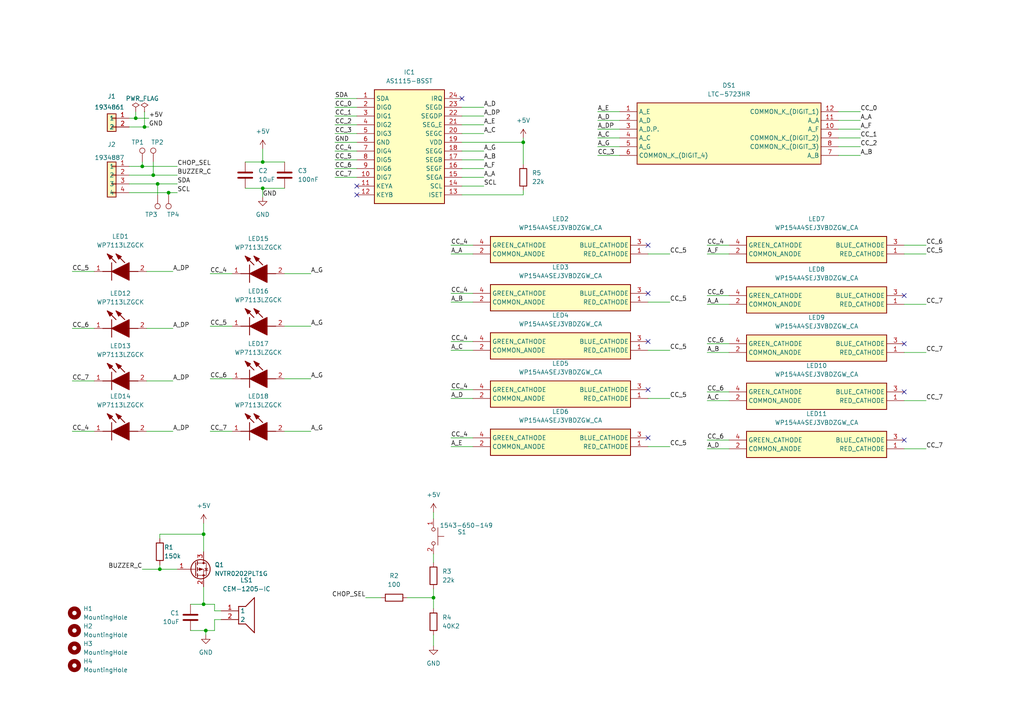
<source format=kicad_sch>
(kicad_sch (version 20211123) (generator eeschema)
  (paper "A4")
  (title_block (title "SAL/T") (date "2024-02-29") (rev "1.4") (company "Universidad de Buenos Aires") (comment 1 "Revisor: Adrian Laiuppa") (comment 2 "Autor: Martín Anús") (comment 3 "Placa secundaria"))
  (lib_symbols
    (symbol "power:+5V" (power) (pin_names (offset 0))
      (property "Value" "+5V" (at 0 3.556 0))
      (symbol "+5V_0_1"
        (polyline (pts (xy -0.762 1.27) (xy 0 2.54)))
        (polyline (pts (xy 0 0) (xy 0 2.54)))
        (polyline (pts (xy 0 2.54) (xy 0.762 1.27)))
      )
      (symbol "+5V_1_1"
        (pin power_in line (at 0 0 90) (length 0) hide (name "+5V") (number "1"))
      )
    )
    (symbol "power:GND" (power) (pin_names (offset 0))
      (property "Value" "GND" (at 0 -3.81 0))
      (symbol "GND_0_1"
        (polyline (pts (xy 0 0) (xy 0 -1.27) (xy 1.27 -1.27) (xy 0 -2.54) (xy -1.27 -1.27) (xy 0 -1.27)))
      )
      (symbol "GND_1_1"
        (pin power_in line (at 0 0 270) (length 0) hide (name "GND") (number "1"))
      )
    )
    (symbol "power:PWR_FLAG" (power) (pin_numbers hide) (pin_names (offset 0) hide)
      (property "Value" "PWR_FLAG" (at 0 3.81 0))
      (symbol "PWR_FLAG_0_0"
        (pin power_out line (at 0 0 90) (length 0) (name "pwr") (number "1"))
      )
      (symbol "PWR_FLAG_0_1"
        (polyline (pts (xy 0 0) (xy 0 1.27) (xy -1.016 1.905) (xy 0 2.54) (xy 1.016 1.905) (xy 0 1.27)))
      )
    )
    (symbol "salt:1543-650-149"
      (property "Reference" "S" (at 0 0 0))
      (property "Value" "1543-650-149" (at 0 -1.27 0))
      (symbol "1543-650-149_0_1"
        (polyline (pts (xy 5.08 1.27) (xy 5.08 3.048)))
        (polyline (pts (xy 7.62 1.27) (xy 2.54 1.27)))
        (circle (center 3.048 0) (radius 0.508))
        (circle (center 7.112 0) (radius 0.508))
        (pin passive line (at 0 0 0) (length 2.54) (name "") (number "1"))
        (pin passive line (at 10.16 0 180) (length 2.54) (name "") (number "2"))
      )
    )
    (symbol "salt:1934861"
      (property "Reference" "J" (at 0 5.715 0))
      (property "Value" "1934861" (at 0.635 3.175 0))
      (symbol "1934861_1_1"
        (rectangle (start -1.27 -2.413) (end 0 -2.667) (stroke (width 0.1524)))
        (rectangle (start -1.27 0.127) (end 0 -0.127) (stroke (width 0.1524)))
        (rectangle (start -1.27 1.27) (end 1.27 -3.81) (stroke (width 0.254)) (fill (type background)))
        (pin passive line (at -5.08 0 0) (length 3.81) (name "1") (number "1"))
        (pin passive line (at -5.08 -2.54 0) (length 3.81) (name "2") (number "2"))
      )
    )
    (symbol "salt:1934887"
      (property "Reference" "J" (at 0 6.985 0))
      (property "Value" "1934887" (at 0.635 5.08 0))
      (symbol "1934887_1_1"
        (rectangle (start -1.27 -4.953) (end 0 -5.207) (stroke (width 0.1524)))
        (rectangle (start -1.27 -2.413) (end 0 -2.667) (stroke (width 0.1524)))
        (rectangle (start -1.27 0.127) (end 0 -0.127) (stroke (width 0.1524)))
        (rectangle (start -1.27 2.667) (end 0 2.413) (stroke (width 0.1524)))
        (rectangle (start -1.27 3.81) (end 1.27 -6.35) (stroke (width 0.254)) (fill (type background)))
        (pin passive line (at -5.08 2.54 0) (length 3.81) (name "1") (number "1"))
        (pin passive line (at -5.08 0 0) (length 3.81) (name "2") (number "2"))
        (pin passive line (at -5.08 -2.54 0) (length 3.81) (name "3") (number "3"))
        (pin passive line (at -5.08 -5.08 0) (length 3.81) (name "4") (number "4"))
      )
    )
    (symbol "salt:AS1115-BSST"
      (property "Reference" "IC" (at 0 0 0))
      (property "Value" "AS1115-BSST" (at 0 0 0))
      (symbol "AS1115-BSST_1_1"
        (rectangle (start 5.08 2.54) (end 25.4 -30.48) (stroke (width 0.254)) (fill (type background)))
        (pin passive line (at 0 0 0) (length 5.08) (name "SDA") (number "1"))
        (pin passive line (at 0 -22.86 0) (length 5.08) (name "DIG7") (number "10"))
        (pin passive line (at 0 -25.4 0) (length 5.08) (name "KEYA") (number "11"))
        (pin passive line (at 0 -27.94 0) (length 5.08) (name "KEYB") (number "12"))
        (pin passive line (at 30.48 -27.94 180) (length 5.08) (name "ISET") (number "13"))
        (pin passive line (at 30.48 -25.4 180) (length 5.08) (name "SCL") (number "14"))
        (pin passive line (at 30.48 -22.86 180) (length 5.08) (name "SEGA") (number "15"))
        (pin passive line (at 30.48 -20.32 180) (length 5.08) (name "SEGF") (number "16"))
        (pin passive line (at 30.48 -17.78 180) (length 5.08) (name "SEGB") (number "17"))
        (pin passive line (at 30.48 -15.24 180) (length 5.08) (name "SEGG") (number "18"))
        (pin passive line (at 30.48 -12.7 180) (length 5.08) (name "VDD") (number "19"))
        (pin passive line (at 0 -2.54 0) (length 5.08) (name "DIG0") (number "2"))
        (pin passive line (at 30.48 -10.16 180) (length 5.08) (name "SEGC") (number "20"))
        (pin passive line (at 30.48 -7.62 180) (length 5.08) (name "SEG_E") (number "21"))
        (pin passive line (at 30.48 -5.08 180) (length 5.08) (name "SEGDP") (number "22"))
        (pin passive line (at 30.48 -2.54 180) (length 5.08) (name "SEGD") (number "23"))
        (pin passive line (at 30.48 0 180) (length 5.08) (name "IRQ") (number "24"))
        (pin passive line (at 0 -5.08 0) (length 5.08) (name "DIG1") (number "3"))
        (pin passive line (at 0 -7.62 0) (length 5.08) (name "DIG2") (number "4"))
        (pin passive line (at 0 -10.16 0) (length 5.08) (name "DIG3") (number "5"))
        (pin passive line (at 0 -12.7 0) (length 5.08) (name "GND") (number "6"))
        (pin passive line (at 0 -15.24 0) (length 5.08) (name "DIG4") (number "7"))
        (pin passive line (at 0 -17.78 0) (length 5.08) (name "DIG5") (number "8"))
        (pin passive line (at 0 -20.32 0) (length 5.08) (name "DIG6") (number "9"))
      )
    )
    (symbol "salt:CEM-1205-IC"
      (property "Reference" "LS?" (at 11.43 0.0001 0))
      (property "Value" "CEM-1205-IC" (at 11.43 -2.5399 0))
      (symbol "CEM-1205-IC_1_1"
        (polyline (pts (xy 5.08 1.27) (xy 5.08 -3.81)) (stroke (width 0.254)))
        (polyline (pts (xy 5.08 1.27) (xy 7.112 1.27)) (stroke (width 0.254)))
        (polyline (pts (xy 7.112 -3.81) (xy 5.08 -3.81)) (stroke (width 0.254)))
        (polyline (pts (xy 7.112 -3.81) (xy 9.652 -6.35)) (stroke (width 0.254)))
        (polyline (pts (xy 9.652 3.81) (xy 7.112 1.27)) (stroke (width 0.254)))
        (polyline (pts (xy 9.652 3.81) (xy 9.652 -6.35)) (stroke (width 0.254)))
        (pin passive line (at 0 -2.54 0) (length 5.08) (name "1") (number "1"))
        (pin passive line (at 0 0 0) (length 5.08) (name "2") (number "2"))
      )
    )
    (symbol "salt:C_100nF" (pin_numbers hide) (pin_names (offset 0.254))
      (property "Reference" "C" (at 0.635 2.54 0))
      (property "Value" "C_100nF" (at 0.635 -2.54 0))
      (symbol "C_100nF_0_1"
        (polyline (pts (xy -2.032 -0.762) (xy 2.032 -0.762)) (stroke (width 0.508)))
        (polyline (pts (xy -2.032 0.762) (xy 2.032 0.762)) (stroke (width 0.508)))
      )
      (symbol "C_100nF_1_1"
        (pin passive line (at 0 3.81 270) (length 2.794) (name "~") (number "1"))
        (pin passive line (at 0 -3.81 90) (length 2.794) (name "~") (number "2"))
      )
    )
    (symbol "salt:C_10uF" (pin_numbers hide) (pin_names (offset 0.254))
      (property "Reference" "C" (at 0.635 2.54 0))
      (property "Value" "C_10uF" (at 0.635 -2.54 0))
      (symbol "C_10uF_0_1"
        (polyline (pts (xy -2.032 -0.762) (xy 2.032 -0.762)) (stroke (width 0.508)))
        (polyline (pts (xy -2.032 0.762) (xy 2.032 0.762)) (stroke (width 0.508)))
      )
      (symbol "C_10uF_1_1"
        (pin passive line (at 0 3.81 270) (length 2.794) (name "~") (number "1"))
        (pin passive line (at 0 -3.81 90) (length 2.794) (name "~") (number "2"))
      )
    )
    (symbol "salt:LTC-5723HR"
      (property "Reference" "DS" (at 0 0 0))
      (property "Value" "LTC-5723HR" (at 0 0 0))
      (symbol "LTC-5723HR_1_1"
        (rectangle (start 5.08 2.54) (end 58.42 -15.24) (stroke (width 0.254)) (fill (type background)))
        (pin passive line (at 0 0 0) (length 5.08) (name "A_E") (number "1"))
        (pin passive line (at 63.5 -5.08 180) (length 5.08) (name "A_F") (number "10"))
        (pin passive line (at 63.5 -2.54 180) (length 5.08) (name "A_A") (number "11"))
        (pin passive line (at 63.5 0 180) (length 5.08) (name "COMMON_K_(DIGIT_1)") (number "12"))
        (pin passive line (at 0 -2.54 0) (length 5.08) (name "A_D") (number "2"))
        (pin passive line (at 0 -5.08 0) (length 5.08) (name "A_D.P.") (number "3"))
        (pin passive line (at 0 -7.62 0) (length 5.08) (name "A_C") (number "4"))
        (pin passive line (at 0 -10.16 0) (length 5.08) (name "A_G") (number "5"))
        (pin passive line (at 0 -12.7 0) (length 5.08) (name "COMMON_K_(DIGIT_4)") (number "6"))
        (pin passive line (at 63.5 -12.7 180) (length 5.08) (name "A_B") (number "7"))
        (pin passive line (at 63.5 -10.16 180) (length 5.08) (name "COMMON_K_(DIGIT_3)") (number "8"))
        (pin passive line (at 63.5 -7.62 180) (length 5.08) (name "COMMON_K_(DIGIT_2)") (number "9"))
      )
    )
    (symbol "salt:MountingHole" (pin_names (offset 1.016))
      (property "Reference" "H" (at 0 5.08 0))
      (property "Value" "MountingHole" (at 0 3.175 0))
      (symbol "MountingHole_0_1"
        (circle (center 0 0) (radius 1.27) (stroke (width 1.27)))
      )
    )
    (symbol "salt:NVTR0202PLT1G" (pin_names hide)
      (property "Reference" "Q" (at -7.62 0 0))
      (property "Value" "NVTR0202PLT1G" (at -7.62 0 0))
      (symbol "NVTR0202PLT1G_0_1"
        (circle (center -0.889 0) (radius 2.794) (stroke (width 0.254)))
        (circle (center 0 -1.778) (radius 0.254) (fill (type outline)))
        (polyline (pts (xy -2.286 0) (xy -5.08 0)))
        (polyline (pts (xy -2.286 1.905) (xy -2.286 -1.905)) (stroke (width 0.254)))
        (polyline (pts (xy -1.778 -1.27) (xy -1.778 -2.286)) (stroke (width 0.254)))
        (polyline (pts (xy -1.778 0.508) (xy -1.778 -0.508)) (stroke (width 0.254)))
        (polyline (pts (xy -1.778 2.286) (xy -1.778 1.27)) (stroke (width 0.254)))
        (polyline (pts (xy 0 2.54) (xy 0 1.778)))
        (polyline (pts (xy 0 -2.54) (xy 0 0) (xy -1.778 0)))
        (polyline (pts (xy -1.778 1.778) (xy 0.762 1.778) (xy 0.762 -1.778) (xy -1.778 -1.778)))
        (polyline (pts (xy -0.254 0) (xy -1.27 0.381) (xy -1.27 -0.381) (xy -0.254 0)) (fill (type outline)))
        (polyline (pts (xy 0.254 -0.508) (xy 0.381 -0.381) (xy 1.143 -0.381) (xy 1.27 -0.254)))
        (polyline (pts (xy 0.762 -0.381) (xy 0.381 0.254) (xy 1.143 0.254) (xy 0.762 -0.381)))
        (circle (center 0 1.778) (radius 0.254) (fill (type outline)))
      )
      (symbol "NVTR0202PLT1G_1_1"
        (pin input line (at -7.62 0 0) (length 2.54) (name "G") (number "1"))
        (pin passive line (at 0 -5.08 90) (length 2.54) (name "S") (number "2"))
        (pin passive line (at 0 5.08 270) (length 2.54) (name "D") (number "3"))
      )
    )
    (symbol "salt:R_100" (pin_numbers hide) (pin_names (offset 1.016) hide)
      (property "Reference" "R" (at -2.032 1.524 0))
      (property "Value" "R_100" (at 0.254 -2.54 0))
      (symbol "R_100_0_1"
        (rectangle (start -1.016 -2.54) (end 1.016 2.54) (stroke (width 0.254)))
      )
      (symbol "R_100_1_1"
        (pin passive line (at 0 3.81 270) (length 1.27) (name "~") (number "1"))
        (pin passive line (at 0 -3.81 90) (length 1.27) (name "~") (number "2"))
      )
    )
    (symbol "salt:R_150K" (pin_numbers hide) (pin_names (offset 1.016) hide)
      (property "Reference" "R" (at -2.032 1.524 0))
      (property "Value" "R_150K" (at 0.254 -2.54 0))
      (symbol "R_150K_0_1"
        (rectangle (start -1.016 -2.54) (end 1.016 2.54) (stroke (width 0.254)))
      )
      (symbol "R_150K_1_1"
        (pin passive line (at 0 3.81 270) (length 1.27) (name "~") (number "1"))
        (pin passive line (at 0 -3.81 90) (length 1.27) (name "~") (number "2"))
      )
    )
    (symbol "salt:R_22K" (pin_numbers hide) (pin_names (offset 1.016) hide)
      (property "Reference" "R" (at -2.032 1.524 0))
      (property "Value" "R_22K" (at -4.318 -0.254 0))
      (symbol "R_22K_0_1"
        (rectangle (start -1.016 -2.54) (end 1.016 2.54) (stroke (width 0.254)))
      )
      (symbol "R_22K_1_1"
        (pin passive line (at 0 3.81 270) (length 1.27) (name "~") (number "1"))
        (pin passive line (at 0 -3.81 90) (length 1.27) (name "~") (number "2"))
      )
    )
    (symbol "salt:R_40K2" (pin_numbers hide) (pin_names (offset 1.016) hide)
      (property "Reference" "R" (at -2.032 1.524 0))
      (property "Value" "R_40K2" (at -4.318 -0.254 0))
      (symbol "R_40K2_0_1"
        (rectangle (start -1.016 -2.54) (end 1.016 2.54) (stroke (width 0.254)))
      )
      (symbol "R_40K2_1_1"
        (pin passive line (at 0 3.81 270) (length 1.27) (name "~") (number "1"))
        (pin passive line (at 0 -3.81 90) (length 1.27) (name "~") (number "2"))
      )
    )
    (symbol "salt:TestPoint" (pin_numbers hide) (pin_names (offset 0.762) hide)
      (property "Reference" "TP" (at 0 6.858 0))
      (property "Value" "TestPoint" (at 0 5.08 0))
      (symbol "TestPoint_0_1"
        (circle (center 0 3.302) (radius 0.762))
      )
      (symbol "TestPoint_1_1"
        (pin passive line (at 0 0 90) (length 2.54) (name "1") (number "1"))
      )
    )
    (symbol "salt:WP154A4SEJ3VBDZGW_CA"
      (property "Reference" "LED" (at 0 0 0))
      (property "Value" "WP154A4SEJ3VBDZGW_CA" (at 0 0 0))
      (symbol "WP154A4SEJ3VBDZGW_CA_1_1"
        (rectangle (start 5.08 2.54) (end 45.72 -5.08) (stroke (width 0.254)) (fill (type background)))
        (pin passive line (at 50.8 -2.54 180) (length 5.08) (name "RED_CATHODE") (number "1"))
        (pin passive line (at 0 -2.54 0) (length 5.08) (name "COMMON_ANODE") (number "2"))
        (pin passive line (at 50.8 0 180) (length 5.08) (name "BLUE_CATHODE") (number "3"))
        (pin passive line (at 0 0 0) (length 5.08) (name "GREEN_CATHODE") (number "4"))
      )
    )
    (symbol "salt:WP7113LZGCK" (pin_names hide)
      (property "Reference" "LED" (at 0 0 0))
      (property "Value" "WP7113LZGCK" (at -1.27 7.62 0))
      (symbol "WP7113LZGCK_1_1"
        (polyline (pts (xy 2.54 0) (xy 5.08 0)) (stroke (width 0.254)))
        (polyline (pts (xy 5.08 2.54) (xy 5.08 -2.54)) (stroke (width 0.254)))
        (polyline (pts (xy 6.35 2.54) (xy 3.81 5.08)) (stroke (width 0.254)))
        (polyline (pts (xy 8.89 2.54) (xy 6.35 5.08)) (stroke (width 0.254)))
        (polyline (pts (xy 10.16 0) (xy 12.7 0)) (stroke (width 0.254)))
        (polyline (pts (xy 5.08 0) (xy 10.16 2.54) (xy 10.16 -2.54) (xy 5.08 0)) (stroke (width 0.254)) (fill (type outline)))
        (polyline (pts (xy 5.334 4.318) (xy 4.572 3.556) (xy 3.81 5.08) (xy 5.334 4.318)) (stroke (width 0.254)) (fill (type outline)))
        (polyline (pts (xy 7.874 4.318) (xy 7.112 3.556) (xy 6.35 5.08) (xy 7.874 4.318)) (stroke (width 0.254)) (fill (type outline)))
        (pin passive line (at 0 0 0) (length 2.54) (name "K") (number "1"))
        (pin passive line (at 15.24 0 180) (length 2.54) (name "A") (number "2"))
      )
    )
  )
  (junction (at 44.45 50.8))
  (junction (at 125.73 173.355))
  (junction (at 45.72 53.34))
  (junction (at 76.2 46.99))
  (junction (at 59.055 154.94))
  (junction (at 41.91 36.83))
  (junction (at 39.37 34.29))
  (junction (at 59.055 175.26))
  (junction (at 59.69 182.88))
  (junction (at 48.895 55.88))
  (junction (at 46.355 165.1))
  (junction (at 151.765 41.275))
  (junction (at 76.2 54.61))
  (junction (at 41.275 48.26))
  (no_connect (at 187.96 127))
  (no_connect (at 103.505 56.515))
  (no_connect (at 187.96 99.06))
  (no_connect (at 262.255 127.635))
  (no_connect (at 262.255 99.695))
  (no_connect (at 103.505 53.975))
  (no_connect (at 187.96 113.03))
  (no_connect (at 133.985 28.575))
  (no_connect (at 187.96 85.09))
  (no_connect (at 187.96 71.12))
  (no_connect (at 262.255 85.725))
  (no_connect (at 262.255 113.665))
  (wire (pts (xy 262.255 130.175) (xy 268.605 130.175)))
  (wire (pts (xy 48.895 55.88) (xy 51.435 55.88)))
  (wire (pts (xy 44.45 50.8) (xy 51.435 50.8)))
  (wire (pts (xy 125.73 148.59) (xy 125.73 150.495)))
  (wire (pts (xy 43.18 34.29) (xy 39.37 34.29)))
  (wire (pts (xy 41.91 32.385) (xy 41.91 36.83)))
  (wire (pts (xy 130.81 129.54) (xy 137.16 129.54)))
  (wire (pts (xy 187.96 101.6) (xy 194.31 101.6)))
  (wire (pts (xy 130.81 127) (xy 137.16 127)))
  (wire (pts (xy 62.23 175.26) (xy 59.055 175.26)))
  (wire (pts (xy 55.245 182.88) (xy 59.69 182.88)))
  (wire (pts (xy 42.545 95.25) (xy 50.165 95.25)))
  (wire (pts (xy 133.985 41.275) (xy 151.765 41.275)))
  (wire (pts (xy 37.465 53.34) (xy 45.72 53.34)))
  (wire (pts (xy 205.105 85.725) (xy 211.455 85.725)))
  (wire (pts (xy 45.72 53.34) (xy 51.435 53.34)))
  (wire (pts (xy 130.81 101.6) (xy 137.16 101.6)))
  (wire (pts (xy 243.205 34.925) (xy 249.555 34.925)))
  (wire (pts (xy 106.045 173.355) (xy 110.49 173.355)))
  (wire (pts (xy 173.355 45.085) (xy 179.705 45.085)))
  (wire (pts (xy 205.105 102.235) (xy 211.455 102.235)))
  (wire (pts (xy 97.155 31.115) (xy 103.505 31.115)))
  (wire (pts (xy 60.96 109.855) (xy 67.31 109.855)))
  (wire (pts (xy 130.81 87.63) (xy 137.16 87.63)))
  (wire (pts (xy 41.91 36.83) (xy 37.465 36.83)))
  (wire (pts (xy 262.255 73.66) (xy 268.605 73.66)))
  (wire (pts (xy 151.765 55.245) (xy 151.765 56.515)))
  (wire (pts (xy 97.155 33.655) (xy 103.505 33.655)))
  (wire (pts (xy 48.895 56.515) (xy 48.895 55.88)))
  (wire (pts (xy 41.275 48.26) (xy 51.435 48.26)))
  (wire (pts (xy 60.96 79.375) (xy 67.31 79.375)))
  (wire (pts (xy 262.255 88.265) (xy 268.605 88.265)))
  (wire (pts (xy 205.105 71.12) (xy 211.455 71.12)))
  (wire (pts (xy 151.765 40.005) (xy 151.765 41.275)))
  (wire (pts (xy 130.81 99.06) (xy 137.16 99.06)))
  (wire (pts (xy 97.155 28.575) (xy 103.505 28.575)))
  (wire (pts (xy 59.69 182.88) (xy 59.69 184.15)))
  (wire (pts (xy 76.2 54.61) (xy 76.2 57.15)))
  (wire (pts (xy 60.96 94.615) (xy 67.31 94.615)))
  (wire (pts (xy 37.465 50.8) (xy 44.45 50.8)))
  (wire (pts (xy 62.23 179.705) (xy 64.135 179.705)))
  (wire (pts (xy 20.955 110.49) (xy 27.305 110.49)))
  (wire (pts (xy 205.105 88.265) (xy 211.455 88.265)))
  (wire (pts (xy 71.12 46.99) (xy 76.2 46.99)))
  (wire (pts (xy 59.055 151.765) (xy 59.055 154.94)))
  (wire (pts (xy 130.81 85.09) (xy 137.16 85.09)))
  (wire (pts (xy 133.985 51.435) (xy 140.335 51.435)))
  (wire (pts (xy 125.73 173.355) (xy 125.73 176.53)))
  (wire (pts (xy 97.155 36.195) (xy 103.505 36.195)))
  (wire (pts (xy 243.205 42.545) (xy 249.555 42.545)))
  (wire (pts (xy 46.355 154.94) (xy 59.055 154.94)))
  (wire (pts (xy 205.105 130.175) (xy 211.455 130.175)))
  (wire (pts (xy 133.985 48.895) (xy 140.335 48.895)))
  (wire (pts (xy 130.81 115.57) (xy 137.16 115.57)))
  (wire (pts (xy 60.96 125.095) (xy 67.31 125.095)))
  (wire (pts (xy 262.255 71.12) (xy 268.605 71.12)))
  (wire (pts (xy 20.955 95.25) (xy 27.305 95.25)))
  (wire (pts (xy 151.765 41.275) (xy 151.765 47.625)))
  (wire (pts (xy 205.105 116.205) (xy 211.455 116.205)))
  (wire (pts (xy 20.955 125.095) (xy 27.305 125.095)))
  (wire (pts (xy 76.2 43.18) (xy 76.2 46.99)))
  (wire (pts (xy 125.73 170.815) (xy 125.73 173.355)))
  (wire (pts (xy 97.155 51.435) (xy 103.505 51.435)))
  (wire (pts (xy 82.55 79.375) (xy 90.17 79.375)))
  (wire (pts (xy 42.545 125.095) (xy 50.165 125.095)))
  (wire (pts (xy 43.18 36.83) (xy 41.91 36.83)))
  (wire (pts (xy 59.69 182.88) (xy 62.23 182.88)))
  (wire (pts (xy 82.55 94.615) (xy 90.17 94.615)))
  (wire (pts (xy 133.985 46.355) (xy 140.335 46.355)))
  (wire (pts (xy 46.355 163.83) (xy 46.355 165.1)))
  (wire (pts (xy 243.205 32.385) (xy 249.555 32.385)))
  (wire (pts (xy 41.275 46.99) (xy 41.275 48.26)))
  (wire (pts (xy 133.985 33.655) (xy 140.335 33.655)))
  (wire (pts (xy 46.355 165.1) (xy 51.435 165.1)))
  (wire (pts (xy 243.205 37.465) (xy 249.555 37.465)))
  (wire (pts (xy 59.055 170.18) (xy 59.055 175.26)))
  (wire (pts (xy 133.985 38.735) (xy 140.335 38.735)))
  (wire (pts (xy 37.465 55.88) (xy 48.895 55.88)))
  (wire (pts (xy 133.985 36.195) (xy 140.335 36.195)))
  (wire (pts (xy 262.255 116.205) (xy 268.605 116.205)))
  (wire (pts (xy 187.96 129.54) (xy 194.31 129.54)))
  (wire (pts (xy 125.73 184.15) (xy 125.73 187.325)))
  (wire (pts (xy 97.155 48.895) (xy 103.505 48.895)))
  (wire (pts (xy 173.355 32.385) (xy 179.705 32.385)))
  (wire (pts (xy 39.37 32.385) (xy 39.37 34.29)))
  (wire (pts (xy 59.055 175.26) (xy 55.245 175.26)))
  (wire (pts (xy 97.155 46.355) (xy 103.505 46.355)))
  (wire (pts (xy 133.985 43.815) (xy 140.335 43.815)))
  (wire (pts (xy 243.205 45.085) (xy 249.555 45.085)))
  (wire (pts (xy 44.45 46.99) (xy 44.45 50.8)))
  (wire (pts (xy 205.105 99.695) (xy 211.455 99.695)))
  (wire (pts (xy 45.72 56.515) (xy 45.72 53.34)))
  (wire (pts (xy 187.96 73.66) (xy 194.31 73.66)))
  (wire (pts (xy 97.155 38.735) (xy 103.505 38.735)))
  (wire (pts (xy 243.205 40.005) (xy 249.555 40.005)))
  (wire (pts (xy 20.955 78.74) (xy 27.305 78.74)))
  (wire (pts (xy 187.96 115.57) (xy 194.31 115.57)))
  (wire (pts (xy 118.11 173.355) (xy 125.73 173.355)))
  (wire (pts (xy 46.355 156.21) (xy 46.355 154.94)))
  (wire (pts (xy 125.73 160.655) (xy 125.73 163.195)))
  (wire (pts (xy 173.355 40.005) (xy 179.705 40.005)))
  (wire (pts (xy 76.2 54.61) (xy 82.55 54.61)))
  (wire (pts (xy 130.81 113.03) (xy 137.16 113.03)))
  (wire (pts (xy 187.96 87.63) (xy 194.31 87.63)))
  (wire (pts (xy 133.985 31.115) (xy 140.335 31.115)))
  (wire (pts (xy 130.81 73.66) (xy 137.16 73.66)))
  (wire (pts (xy 62.23 177.165) (xy 62.23 175.26)))
  (wire (pts (xy 71.12 54.61) (xy 76.2 54.61)))
  (wire (pts (xy 82.55 109.855) (xy 90.17 109.855)))
  (wire (pts (xy 205.105 127.635) (xy 211.455 127.635)))
  (wire (pts (xy 173.355 37.465) (xy 179.705 37.465)))
  (wire (pts (xy 262.255 102.235) (xy 268.605 102.235)))
  (wire (pts (xy 133.985 53.975) (xy 140.335 53.975)))
  (wire (pts (xy 76.2 46.99) (xy 82.55 46.99)))
  (wire (pts (xy 62.23 182.88) (xy 62.23 179.705)))
  (wire (pts (xy 59.055 154.94) (xy 59.055 160.02)))
  (wire (pts (xy 133.985 56.515) (xy 151.765 56.515)))
  (wire (pts (xy 39.37 34.29) (xy 37.465 34.29)))
  (wire (pts (xy 205.105 113.665) (xy 211.455 113.665)))
  (wire (pts (xy 42.545 110.49) (xy 50.165 110.49)))
  (wire (pts (xy 173.355 42.545) (xy 179.705 42.545)))
  (wire (pts (xy 41.275 165.1) (xy 46.355 165.1)))
  (wire (pts (xy 64.135 177.165) (xy 62.23 177.165)))
  (wire (pts (xy 205.105 73.66) (xy 211.455 73.66)))
  (wire (pts (xy 37.465 48.26) (xy 41.275 48.26)))
  (wire (pts (xy 42.545 78.74) (xy 50.165 78.74)))
  (wire (pts (xy 97.155 43.815) (xy 103.505 43.815)))
  (wire (pts (xy 97.155 41.275) (xy 103.505 41.275)))
  (wire (pts (xy 173.355 34.925) (xy 179.705 34.925)))
  (wire (pts (xy 82.55 125.095) (xy 90.17 125.095)))
  (wire (pts (xy 130.81 71.12) (xy 137.16 71.12)))
  (label "A_G" (at 90.17 94.615 0))
  (label "BUZZER_C" (at 41.275 165.1 180))
  (label "CC_5" (at 194.31 87.63 0))
  (label "CHOP_SEL" (at 51.435 48.26 0))
  (label "A_C" (at 140.335 38.735 0))
  (label "SCL" (at 51.435 55.88 0))
  (label "CC_7" (at 60.96 125.095 0))
  (label "A_C" (at 205.105 116.205 0))
  (label "CC_4" (at 130.81 85.09 0))
  (label "A_E" (at 130.81 129.54 0))
  (label "A_DP" (at 50.165 95.25 0))
  (label "A_DP" (at 50.165 125.095 0))
  (label "CC_6" (at 205.105 99.695 0))
  (label "A_DP" (at 173.355 37.465 0))
  (label "CC_6" (at 268.605 71.12 0))
  (label "A_F" (at 140.335 48.895 0))
  (label "A_C" (at 173.355 40.005 0))
  (label "CC_7" (at 268.605 130.175 0))
  (label "A_C" (at 130.81 101.6 0))
  (label "A_B" (at 130.81 87.63 0))
  (label "BUZZER_C" (at 51.435 50.8 0))
  (label "CC_6" (at 205.105 85.725 0))
  (label "CHOP_SEL" (at 106.045 173.355 180))
  (label "A_G" (at 90.17 79.375 0))
  (label "CC_2" (at 97.155 36.195 0))
  (label "A_D" (at 140.335 31.115 0))
  (label "CC_7" (at 268.605 116.205 0))
  (label "CC_4" (at 97.155 43.815 0))
  (label "CC_5" (at 194.31 115.57 0))
  (label "CC_6" (at 97.155 48.895 0))
  (label "CC_0" (at 97.155 31.115 0))
  (label "A_A" (at 249.555 34.925 0))
  (label "A_D" (at 173.355 34.925 0))
  (label "CC_4" (at 60.96 79.375 0))
  (label "CC_1" (at 97.155 33.655 0))
  (label "CC_1" (at 249.555 40.005 0))
  (label "CC_5" (at 20.955 78.74 0))
  (label "CC_5" (at 194.31 73.66 0))
  (label "CC_5" (at 268.605 73.66 0))
  (label "A_DP" (at 50.165 78.74 0))
  (label "CC_5" (at 60.96 94.615 0))
  (label "A_B" (at 140.335 46.355 0))
  (label "A_G" (at 90.17 125.095 0))
  (label "CC_4" (at 130.81 127 0))
  (label "A_D" (at 130.81 115.57 0))
  (label "CC_5" (at 194.31 129.54 0))
  (label "A_G" (at 173.355 42.545 0))
  (label "A_F" (at 205.1314 73.66 0))
  (label "CC_7" (at 268.605 88.265 0))
  (label "SCL" (at 140.335 53.975 0))
  (label "GND" (at 76.2 57.15 0))
  (label "CC_7" (at 20.955 110.49 0))
  (label "A_F" (at 249.555 37.465 0))
  (label "SDA" (at 51.435 53.34 0))
  (label "CC_6" (at 20.955 95.25 0))
  (label "A_E" (at 140.335 36.195 0))
  (label "CC_4" (at 130.81 99.06 0))
  (label "CC_4" (at 205.105 71.12 0))
  (label "CC_4" (at 130.81 113.03 0))
  (label "CC_4" (at 130.81 71.12 0))
  (label "A_D" (at 205.1314 130.175 0))
  (label "CC_0" (at 249.555 32.385 0))
  (label "GND" (at 97.155 41.275 0))
  (label "CC_5" (at 194.31 101.6 0))
  (label "A_B" (at 205.1314 102.235 0))
  (label "A_A" (at 130.81 73.66 0))
  (label "A_G" (at 90.17 109.855 0))
  (label "CC_2" (at 249.555 42.545 0))
  (label "A_E" (at 173.355 32.385 0))
  (label "CC_6" (at 60.96 109.855 0))
  (label "A_G" (at 140.335 43.815 0))
  (label "CC_4" (at 20.955 125.095 0))
  (label "+5V" (at 43.18 34.29 0))
  (label "CC_6" (at 205.105 127.635 0))
  (label "A_A" (at 140.335 51.435 0))
  (label "A_A" (at 205.105 88.265 0))
  (label "CC_6" (at 205.105 113.665 0))
  (label "A_DP" (at 140.335 33.655 0))
  (label "CC_5" (at 97.155 46.355 0))
  (label "CC_3" (at 173.355 45.085 0))
  (label "CC_7" (at 268.605 102.235 0))
  (label "A_DP" (at 50.165 110.49 0))
  (label "CC_3" (at 97.155 38.735 0))
  (label "GND" (at 43.18 36.83 0))
  (label "A_B" (at 249.555 45.085 0))
  (label "CC_7" (at 97.155 51.435 0))
  (label "SDA" (at 97.155 28.575 0))
  (symbol (lib_id "salt:WP154A4SEJ3VBDZGW_CA") (at 137.16 99.06 0) (unit 1)
    (property "Reference" "LED4" (at 162.56 91.44 0))
    (property "Value" "WP154A4SEJ3VBDZGW_CA" (at 162.56 93.98 0))
    (property "Footprint" "salt:L-154A4SUREQBFZGEC" (effects hide))
    (property "Datasheet" "http://www.kingbrightusa.com/images/catalog/SPEC/WP154A4SEJ3VBDZGW-CA.pdf" (effects hide))
    (property "Mouser Part Number" "604-WP154A43VBDZGWCA" (effects hide))
    (property "Mouser Price/Stock" "https://www.mouser.co.uk/ProductDetail/Kingbright/WP154A4SEJ3VBDZGW-CA?qs=YCa%2FAAYMW01xRqZww6UuiQ%3D%3D" (effects hide))
    (property "Manufacturer_Name" "Kingbright" (effects hide))
    (property "Manufacturer_Part_Number" "WP154A4SEJ3VBDZGW/CA" (effects hide))
  )
  (symbol (lib_id "salt:TestPoint") (at 41.275 46.99 0) (unit 1)
    (property "Reference" "TP1" (at 38.1 41.275 0) (effects (justify left)))
    (property "Value" "TestPoint" (effects hide))
    (property "Footprint" "salt:testpoint" (effects hide))
  )
  (symbol (lib_id "salt:WP154A4SEJ3VBDZGW_CA") (at 137.16 127 0) (unit 1)
    (property "Reference" "LED6" (at 162.56 119.38 0))
    (property "Value" "WP154A4SEJ3VBDZGW_CA" (at 162.56 121.92 0))
    (property "Footprint" "salt:L-154A4SUREQBFZGEC" (effects hide))
    (property "Datasheet" "http://www.kingbrightusa.com/images/catalog/SPEC/WP154A4SEJ3VBDZGW-CA.pdf" (effects hide))
    (property "Mouser Part Number" "604-WP154A43VBDZGWCA" (effects hide))
    (property "Mouser Price/Stock" "https://www.mouser.co.uk/ProductDetail/Kingbright/WP154A4SEJ3VBDZGW-CA?qs=YCa%2FAAYMW01xRqZww6UuiQ%3D%3D" (effects hide))
    (property "Manufacturer_Name" "Kingbright" (effects hide))
    (property "Manufacturer_Part_Number" "WP154A4SEJ3VBDZGW/CA" (effects hide))
  )
  (symbol (lib_id "salt:1543-650-149") (at 125.73 150.495 270) (unit 1)
    (property "Reference" "S1" (at 133.985 154.305 90))
    (property "Value" "1543-650-149" (at 135.255 152.4 90))
    (property "Footprint" "salt:1543650149" (effects hide))
    (property "Datasheet" "https://www.arrow.com/en/products/1543-650-149/bourns" (effects hide))
    (property "Height" "15.1" (effects hide))
    (property "Mouser Part Number" "652-1543-650-149" (effects hide))
    (property "Mouser Price/Stock" "https://www.mouser.co.uk/ProductDetail/Bourns/1543-650-149?qs=2f2kQrcl%2FoiIszYh%252BBIYwA%3D%3D" (effects hide))
    (property "Manufacturer_Name" "Bourns" (effects hide))
    (property "Manufacturer_Part_Number" "1543-650-149" (effects hide))
  )
  (symbol (lib_id "salt:WP154A4SEJ3VBDZGW_CA") (at 211.455 85.725 0) (unit 1)
    (property "Reference" "LED8" (at 236.855 78.105 0))
    (property "Value" "WP154A4SEJ3VBDZGW_CA" (at 236.855 80.645 0))
    (property "Footprint" "salt:L-154A4SUREQBFZGEC" (effects hide))
    (property "Datasheet" "http://www.kingbrightusa.com/images/catalog/SPEC/WP154A4SEJ3VBDZGW-CA.pdf" (effects hide))
    (property "Mouser Part Number" "604-WP154A43VBDZGWCA" (effects hide))
    (property "Mouser Price/Stock" "https://www.mouser.co.uk/ProductDetail/Kingbright/WP154A4SEJ3VBDZGW-CA?qs=YCa%2FAAYMW01xRqZww6UuiQ%3D%3D" (effects hide))
    (property "Manufacturer_Name" "Kingbright" (effects hide))
    (property "Manufacturer_Part_Number" "WP154A4SEJ3VBDZGW/CA" (effects hide))
  )
  (symbol (lib_id "salt:WP154A4SEJ3VBDZGW_CA") (at 211.455 127.635 0) (unit 1)
    (property "Reference" "LED11" (at 236.855 120.015 0))
    (property "Value" "WP154A4SEJ3VBDZGW_CA" (at 236.855 122.555 0))
    (property "Footprint" "salt:L-154A4SUREQBFZGEC" (effects hide))
    (property "Datasheet" "http://www.kingbrightusa.com/images/catalog/SPEC/WP154A4SEJ3VBDZGW-CA.pdf" (effects hide))
    (property "Mouser Part Number" "604-WP154A43VBDZGWCA" (effects hide))
    (property "Mouser Price/Stock" "https://www.mouser.co.uk/ProductDetail/Kingbright/WP154A4SEJ3VBDZGW-CA?qs=YCa%2FAAYMW01xRqZww6UuiQ%3D%3D" (effects hide))
    (property "Manufacturer_Name" "Kingbright" (effects hide))
    (property "Manufacturer_Part_Number" "WP154A4SEJ3VBDZGW/CA" (effects hide))
  )
  (symbol (lib_id "salt:WP7113LZGCK") (at 27.305 95.25 0) (unit 1)
    (property "Reference" "LED12" (at 34.925 85.09 0))
    (property "Value" "WP7113LZGCK" (at 34.925 87.63 0))
    (property "Footprint" "salt:WP7113LZGCK" (effects hide))
    (property "Datasheet" "https://www.mouser.com/datasheet/2/216/WP7113LZGCK-535810.pdf" (effects hide))
    (property "Height" "8.85" (effects hide))
    (property "Mouser Part Number" "604-WP7113LZGCK" (effects hide))
    (property "Mouser Price/Stock" "https://www.mouser.com/ProductDetail/Kingbright/WP7113LZGCK?qs=6oMev5NRZME0vaccujctkg%3D%3D" (effects hide))
    (property "Manufacturer_Name" "Kingbright" (effects hide))
    (property "Manufacturer_Part_Number" "WP7113LZGCK" (effects hide))
  )
  (symbol (lib_id "salt:TestPoint") (at 48.895 56.515 180) (unit 1)
    (property "Reference" "TP4" (at 52.07 62.23 0) (effects (justify left)))
    (property "Value" "TestPoint" (effects hide))
    (property "Footprint" "salt:testpoint" (effects hide))
  )
  (symbol (lib_id "salt:WP154A4SEJ3VBDZGW_CA") (at 137.16 85.09 0) (unit 1)
    (property "Reference" "LED3" (at 162.56 77.47 0))
    (property "Value" "WP154A4SEJ3VBDZGW_CA" (at 162.56 80.01 0))
    (property "Footprint" "salt:L-154A4SUREQBFZGEC" (effects hide))
    (property "Datasheet" "http://www.kingbrightusa.com/images/catalog/SPEC/WP154A4SEJ3VBDZGW-CA.pdf" (effects hide))
    (property "Mouser Part Number" "604-WP154A43VBDZGWCA" (effects hide))
    (property "Mouser Price/Stock" "https://www.mouser.co.uk/ProductDetail/Kingbright/WP154A4SEJ3VBDZGW-CA?qs=YCa%2FAAYMW01xRqZww6UuiQ%3D%3D" (effects hide))
    (property "Manufacturer_Name" "Kingbright" (effects hide))
    (property "Manufacturer_Part_Number" "WP154A4SEJ3VBDZGW/CA" (effects hide))
  )
  (symbol (lib_id "power:+5V") (at 59.055 151.765 0) (unit 1)
    (property "Reference" "#PWR01" (effects hide))
    (property "Value" "+5V" (at 59.055 146.685 0))
  )
  (symbol (lib_id "salt:1934861") (at 32.385 34.29 0) (mirror y) (unit 1)
    (property "Reference" "J1" (at 32.385 27.94 0))
    (property "Value" "1934861" (at 31.75 31.115 0))
    (property "Footprint" "salt:1934861" (effects hide))
    (property "Datasheet" "https://www.phoenixcontact.com/us/products/1934861/pdf" (effects hide))
    (property "Height" "8.72" (effects hide))
    (property "Mouser Part Number" "651-1934861" (effects hide))
    (property "Mouser Price/Stock" "https://ar.mouser.com/ProductDetail/Phoenix-Contact/1934861?qs=F79NelsxgYFJ8Q%252BI0GKhbg%3D%3D" (effects hide))
    (property "Manufacturer_Name" "Phoenix Contact" (effects hide))
    (property "Manufacturer_Part_Number" "1934861" (effects hide))
  )
  (symbol (lib_id "power:+5V") (at 125.73 148.59 0) (unit 1)
    (property "Reference" "#PWR05" (effects hide))
    (property "Value" "+5V" (at 125.73 143.51 0))
  )
  (symbol (lib_id "salt:WP154A4SEJ3VBDZGW_CA") (at 137.16 113.03 0) (unit 1)
    (property "Reference" "LED5" (at 162.56 105.41 0))
    (property "Value" "WP154A4SEJ3VBDZGW_CA" (at 162.56 107.95 0))
    (property "Footprint" "salt:L-154A4SUREQBFZGEC" (effects hide))
    (property "Datasheet" "http://www.kingbrightusa.com/images/catalog/SPEC/WP154A4SEJ3VBDZGW-CA.pdf" (effects hide))
    (property "Mouser Part Number" "604-WP154A43VBDZGWCA" (effects hide))
    (property "Mouser Price/Stock" "https://www.mouser.co.uk/ProductDetail/Kingbright/WP154A4SEJ3VBDZGW-CA?qs=YCa%2FAAYMW01xRqZww6UuiQ%3D%3D" (effects hide))
    (property "Manufacturer_Name" "Kingbright" (effects hide))
    (property "Manufacturer_Part_Number" "WP154A4SEJ3VBDZGW/CA" (effects hide))
  )
  (symbol (lib_id "salt:R_22K") (at 125.73 167.005 0) (unit 1)
    (property "Reference" "R3" (at 128.27 165.7349 0) (effects (justify left)))
    (property "Value" "22k" (at 128.27 168.2749 0) (effects (justify left)))
    (property "Footprint" "Resistor_SMD:R_0805_2012Metric_Pad1.20x1.40mm_HandSolder" (effects hide))
    (property "Datasheet" "https://ar.mouser.com/datasheet/2/447/PYu_RC_Group_51_RoHS_L_11-1984063.pdf" (effects hide))
    (property "Mouser Part Number" "603-RC0805FR-1022KL" (effects hide))
    (property "Mouser Price/Stock" "https://ar.mouser.com/ProductDetail/YAGEO/RC0805FR-1022KL?qs=m6lXFsvg5e37y4fr%252BWohrg%3D%3D" (effects hide))
    (property "Manufacturer_Name" "YAGEO" (effects hide))
    (property "Manufacturer_Part_Number" "RC0805FR-1022KL" (effects hide))
  )
  (symbol (lib_id "salt:R_22K") (at 151.765 51.435 0) (unit 1)
    (property "Reference" "R5" (at 154.305 50.1649 0) (effects (justify left)))
    (property "Value" "22k" (at 154.305 52.7049 0) (effects (justify left)))
    (property "Footprint" "Resistor_SMD:R_0805_2012Metric_Pad1.20x1.40mm_HandSolder" (effects hide))
    (property "Datasheet" "https://ar.mouser.com/datasheet/2/447/PYu_RC_Group_51_RoHS_L_11-1984063.pdf" (effects hide))
    (property "Mouser Part Number" "603-RC0805FR-1022KL" (effects hide))
    (property "Mouser Price/Stock" "https://ar.mouser.com/ProductDetail/YAGEO/RC0805FR-1022KL?qs=m6lXFsvg5e37y4fr%252BWohrg%3D%3D" (effects hide))
    (property "Manufacturer_Name" "YAGEO" (effects hide))
    (property "Manufacturer_Part_Number" "RC0805FR-1022KL" (effects hide))
  )
  (symbol (lib_id "power:GND") (at 59.69 184.15 0) (unit 1)
    (property "Reference" "#PWR02" (effects hide))
    (property "Value" "GND" (at 59.69 189.23 0))
  )
  (symbol (lib_id "salt:CEM-1205-IC") (at 64.135 179.705 0) (mirror x) (unit 1)
    (property "Reference" "LS1" (at 71.501 168.275 0))
    (property "Value" "CEM-1205-IC" (at 71.501 170.815 0))
    (property "Footprint" "salt:CEM1205IC" (effects hide))
    (property "Datasheet" "https://www.cuidevices.com/product/resource/cem-1205-ic.pdf" (effects hide))
    (property "Height" "10" (effects hide))
    (property "Mouser Part Number" "490-CEM1205IC" (effects hide))
    (property "Mouser Price/Stock" "https://www.mouser.co.uk/ProductDetail/CUI-Devices/CEM-1205-IC?qs=hd1VzrDQEGhFNAzregGKGQ%3D%3D" (effects hide))
    (property "Manufacturer_Name" "CUI Devices" (effects hide))
    (property "Manufacturer_Part_Number" "CEM-1205-IC" (effects hide))
  )
  (symbol (lib_id "salt:WP7113LZGCK") (at 67.31 94.615 0) (unit 1)
    (property "Reference" "LED16" (at 74.93 84.455 0))
    (property "Value" "WP7113LZGCK" (at 74.93 86.995 0))
    (property "Footprint" "salt:WP7113LZGCK" (effects hide))
    (property "Datasheet" "https://www.mouser.com/datasheet/2/216/WP7113LZGCK-535810.pdf" (effects hide))
    (property "Height" "8.85" (effects hide))
    (property "Mouser Part Number" "604-WP7113LZGCK" (effects hide))
    (property "Mouser Price/Stock" "https://www.mouser.com/ProductDetail/Kingbright/WP7113LZGCK?qs=6oMev5NRZME0vaccujctkg%3D%3D" (effects hide))
    (property "Manufacturer_Name" "Kingbright" (effects hide))
    (property "Manufacturer_Part_Number" "WP7113LZGCK" (effects hide))
  )
  (symbol (lib_id "salt:MountingHole") (at 21.59 187.96 0) (unit 1)
    (property "Reference" "H3" (at 24.13 186.6899 0) (effects (justify left)))
    (property "Value" "MountingHole" (at 24.13 189.2299 0) (effects (justify left)))
    (property "Footprint" "MountingHole:MountingHole_3.2mm_M3" (effects hide))
  )
  (symbol (lib_id "salt:WP154A4SEJ3VBDZGW_CA") (at 211.455 71.12 0) (unit 1)
    (property "Reference" "LED7" (at 236.855 63.5 0))
    (property "Value" "WP154A4SEJ3VBDZGW_CA" (at 236.855 66.04 0))
    (property "Footprint" "salt:L-154A4SUREQBFZGEC" (effects hide))
    (property "Datasheet" "http://www.kingbrightusa.com/images/catalog/SPEC/WP154A4SEJ3VBDZGW-CA.pdf" (effects hide))
    (property "Mouser Part Number" "604-WP154A43VBDZGWCA" (effects hide))
    (property "Mouser Price/Stock" "https://www.mouser.co.uk/ProductDetail/Kingbright/WP154A4SEJ3VBDZGW-CA?qs=YCa%2FAAYMW01xRqZww6UuiQ%3D%3D" (effects hide))
    (property "Manufacturer_Name" "Kingbright" (effects hide))
    (property "Manufacturer_Part_Number" "WP154A4SEJ3VBDZGW/CA" (effects hide))
  )
  (symbol (lib_id "salt:1934887") (at 32.385 50.8 0) (mirror y) (unit 1)
    (property "Reference" "J2" (at 32.385 41.91 0))
    (property "Value" "1934887" (at 31.75 45.72 0))
    (property "Footprint" "salt:1934887" (effects hide))
    (property "Datasheet" "https://www.phoenixcontact.com/us/products/1934887/pdf" (effects hide))
    (property "Height" "8.72" (effects hide))
    (property "Mouser Part Number" "651-1934887" (effects hide))
    (property "Mouser Price/Stock" "https://ar.mouser.com/ProductDetail/Phoenix-Contact/1934887?qs=TU%2Fqnd37FkmAQrQLEWCosQ%3D%3D" (effects hide))
    (property "Manufacturer_Name" "Phoenix Contact" (effects hide))
    (property "Manufacturer_Part_Number" "1934887" (effects hide))
  )
  (symbol (lib_id "salt:C_10uF") (at 71.12 50.8 0) (unit 1)
    (property "Reference" "C2" (at 74.93 49.5299 0) (effects (justify left)))
    (property "Value" "10uF" (at 74.93 52.0699 0) (effects (justify left)))
    (property "Footprint" "Capacitor_SMD:C_0805_2012Metric_Pad1.18x1.45mm_HandSolder" (effects hide))
    (property "Datasheet" "https://ar.mouser.com/datasheet/2/447/KEM_C1002_X7R_SMD-3316098.pdf" (effects hide))
    (property "Mouser Part Number" "80-C1206C106K4R" (effects hide))
    (property "Mouser Price/Stock" "https://ar.mouser.com/ProductDetail/KEMET/C1206C106K4RACTU?qs=guDyKOyRtV0mxqxQedB7kA%3D%3D" (effects hide))
    (property "Manufacturer_Name" "KEMET" (effects hide))
    (property "Manufacturer_Part_Number" "C1206C106K4RACTU" (effects hide))
  )
  (symbol (lib_id "salt:WP7113LZGCK") (at 67.31 125.095 0) (unit 1)
    (property "Reference" "LED18" (at 74.93 114.935 0))
    (property "Value" "WP7113LZGCK" (at 74.93 117.475 0))
    (property "Footprint" "salt:WP7113LZGCK" (effects hide))
    (property "Datasheet" "https://www.mouser.com/datasheet/2/216/WP7113LZGCK-535810.pdf" (effects hide))
    (property "Height" "8.85" (effects hide))
    (property "Mouser Part Number" "604-WP7113LZGCK" (effects hide))
    (property "Mouser Price/Stock" "https://www.mouser.com/ProductDetail/Kingbright/WP7113LZGCK?qs=6oMev5NRZME0vaccujctkg%3D%3D" (effects hide))
    (property "Manufacturer_Name" "Kingbright" (effects hide))
    (property "Manufacturer_Part_Number" "WP7113LZGCK" (effects hide))
  )
  (symbol (lib_id "salt:MountingHole") (at 21.59 193.04 0) (unit 1)
    (property "Reference" "H4" (at 24.13 191.7699 0) (effects (justify left)))
    (property "Value" "MountingHole" (at 24.13 194.3099 0) (effects (justify left)))
    (property "Footprint" "MountingHole:MountingHole_3.2mm_M3" (effects hide))
  )
  (symbol (lib_id "salt:WP7113LZGCK") (at 67.31 109.855 0) (unit 1)
    (property "Reference" "LED17" (at 74.93 99.695 0))
    (property "Value" "WP7113LZGCK" (at 74.93 102.235 0))
    (property "Footprint" "salt:WP7113LZGCK" (effects hide))
    (property "Datasheet" "https://www.mouser.com/datasheet/2/216/WP7113LZGCK-535810.pdf" (effects hide))
    (property "Height" "8.85" (effects hide))
    (property "Mouser Part Number" "604-WP7113LZGCK" (effects hide))
    (property "Mouser Price/Stock" "https://www.mouser.com/ProductDetail/Kingbright/WP7113LZGCK?qs=6oMev5NRZME0vaccujctkg%3D%3D" (effects hide))
    (property "Manufacturer_Name" "Kingbright" (effects hide))
    (property "Manufacturer_Part_Number" "WP7113LZGCK" (effects hide))
  )
  (symbol (lib_id "salt:TestPoint") (at 45.72 56.515 180) (unit 1)
    (property "Reference" "TP3" (at 45.72 62.23 0) (effects (justify left)))
    (property "Value" "TestPoint" (effects hide))
    (property "Footprint" "salt:testpoint" (effects hide))
  )
  (symbol (lib_id "power:GND") (at 125.73 187.325 0) (unit 1)
    (property "Reference" "#PWR06" (effects hide))
    (property "Value" "GND" (at 125.73 192.405 0))
  )
  (symbol (lib_id "salt:AS1115-BSST") (at 103.505 28.575 0) (unit 1)
    (property "Reference" "IC1" (at 118.745 20.955 0))
    (property "Value" "AS1115-BSST" (at 118.745 23.495 0))
    (property "Footprint" "salt:SOP64P600X175-24N" (effects hide))
    (property "Datasheet" "https://datasheet.datasheetarchive.com/originals/distributors/Datasheets-SFU1/DSASFU10002655.pdf" (effects hide))
    (property "Height" "1.75" (effects hide))
    (property "Mouser Part Number" "985-AS1115-BSST" (effects hide))
    (property "Mouser Price/Stock" "https://www.mouser.co.uk/ProductDetail/ams/AS1115-BSST?qs=jMXWnm70%252BC%2FTIBNsbFwa8Q%3D%3D" (effects hide))
    (property "Manufacturer_Name" "ams" (effects hide))
    (property "Manufacturer_Part_Number" "AS1115-BSST" (effects hide))
  )
  (symbol (lib_id "salt:R_150K") (at 46.355 160.02 0) (unit 1)
    (property "Reference" "R1" (at 47.625 158.75 0) (effects (justify left)))
    (property "Value" "150k" (at 47.625 161.29 0) (effects (justify left)))
    (property "Footprint" "Resistor_SMD:R_0805_2012Metric_Pad1.20x1.40mm_HandSolder" (effects hide))
    (property "Datasheet" "https://ar.mouser.com/datasheet/2/447/PYu_RC_Group_51_RoHS_L_11-1984063.pdf" (effects hide))
    (property "Mouser Part Number" "603-RC0805FR-13150KL" (effects hide))
    (property "Mouser Price/Stock" "https://ar.mouser.com/ProductDetail/YAGEO/RC0805FR-13150KL?qs=m6lXFsvg5e2Mp%2Fy7W%252BnUqg%3D%3D" (effects hide))
    (property "Manufacturer_Name" "YAGEO" (effects hide))
    (property "Manufacturer_Part_Number" "RC0805FR-13150KL" (effects hide))
  )
  (symbol (lib_id "salt:C_100nF") (at 82.55 50.8 0) (unit 1)
    (property "Reference" "C3" (at 86.36 49.5299 0) (effects (justify left)))
    (property "Value" "100nF" (at 86.36 52.0699 0) (effects (justify left)))
    (property "Footprint" "Capacitor_SMD:C_0805_2012Metric_Pad1.18x1.45mm_HandSolder" (effects hide))
    (property "Datasheet" "https://ar.mouser.com/datasheet/2/447/KEM_C1002_X7R_SMD-3316098.pdf" (effects hide))
    (property "Mouser Part Number" "80-C0805C104K4R" (effects hide))
    (property "Mouser Price/Stock" "https://ar.mouser.com/ProductDetail/KEMET/C0805C104K4RACTU?qs=Pc30aiB8zWWfqQNJWggt%252BA%3D%3D" (effects hide))
    (property "Manufacturer_Name" "KEMET" (effects hide))
    (property "Manufacturer_Part_Number" "C0805C104K4RACTU" (effects hide))
  )
  (symbol (lib_id "power:PWR_FLAG") (at 41.91 32.385 0) (unit 1)
    (property "Reference" "#FLG02" (effects hide))
    (property "Value" "PWR_FLAG" (effects hide))
  )
  (symbol (lib_id "salt:R_100") (at 114.3 173.355 90) (unit 1)
    (property "Reference" "R2" (at 114.3 167.005 90))
    (property "Value" "100" (at 114.3 169.545 90))
    (property "Footprint" "Resistor_SMD:R_0805_2012Metric_Pad1.20x1.40mm_HandSolder" (effects hide))
    (property "Datasheet" "https://ar.mouser.com/datasheet/2/447/PYu_RC_Group_51_RoHS_L_11-1984063.pdf" (effects hide))
    (property "Mouser Part Number" "603-RC0805FR-10100RL" (effects hide))
    (property "Mouser Price/Stock" "https://ar.mouser.com/ProductDetail/YAGEO/RC0805FR-10100RL?qs=g6xwsc4j%252B%2FoYV9cxut0j6Q%3D%3D" (effects hide))
    (property "Manufacturer_Name" "YAGEO" (effects hide))
    (property "Manufacturer_Part_Number" "RC0805FR-10100RL" (effects hide))
  )
  (symbol (lib_id "salt:MountingHole") (at 21.59 177.8 0) (unit 1)
    (property "Reference" "H1" (at 24.13 176.5299 0) (effects (justify left)))
    (property "Value" "MountingHole" (at 24.13 179.0699 0) (effects (justify left)))
    (property "Footprint" "MountingHole:MountingHole_3.2mm_M3" (effects hide))
  )
  (symbol (lib_id "power:+5V") (at 151.765 40.005 0) (unit 1)
    (property "Reference" "#PWR07" (effects hide))
    (property "Value" "+5V" (at 151.765 34.925 0))
  )
  (symbol (lib_id "salt:MountingHole") (at 21.59 182.88 0) (unit 1)
    (property "Reference" "H2" (at 24.13 181.6099 0) (effects (justify left)))
    (property "Value" "MountingHole" (at 24.13 184.1499 0) (effects (justify left)))
    (property "Footprint" "MountingHole:MountingHole_3.2mm_M3" (effects hide))
  )
  (symbol (lib_id "salt:WP154A4SEJ3VBDZGW_CA") (at 211.455 113.665 0) (unit 1)
    (property "Reference" "LED10" (at 236.855 106.045 0))
    (property "Value" "WP154A4SEJ3VBDZGW_CA" (at 236.855 108.585 0))
    (property "Footprint" "salt:L-154A4SUREQBFZGEC" (effects hide))
    (property "Datasheet" "http://www.kingbrightusa.com/images/catalog/SPEC/WP154A4SEJ3VBDZGW-CA.pdf" (effects hide))
    (property "Mouser Part Number" "604-WP154A43VBDZGWCA" (effects hide))
    (property "Mouser Price/Stock" "https://www.mouser.co.uk/ProductDetail/Kingbright/WP154A4SEJ3VBDZGW-CA?qs=YCa%2FAAYMW01xRqZww6UuiQ%3D%3D" (effects hide))
    (property "Manufacturer_Name" "Kingbright" (effects hide))
    (property "Manufacturer_Part_Number" "WP154A4SEJ3VBDZGW/CA" (effects hide))
  )
  (symbol (lib_id "power:PWR_FLAG") (at 39.37 32.385 0) (unit 1)
    (property "Reference" "#FLG01" (effects hide))
    (property "Value" "PWR_FLAG" (at 41.275 28.575 0))
  )
  (symbol (lib_id "salt:WP154A4SEJ3VBDZGW_CA") (at 137.16 71.12 0) (unit 1)
    (property "Reference" "LED2" (at 162.56 63.5 0))
    (property "Value" "WP154A4SEJ3VBDZGW_CA" (at 162.56 66.04 0))
    (property "Footprint" "salt:L-154A4SUREQBFZGEC" (effects hide))
    (property "Datasheet" "http://www.kingbrightusa.com/images/catalog/SPEC/WP154A4SEJ3VBDZGW-CA.pdf" (effects hide))
    (property "Mouser Part Number" "604-WP154A43VBDZGWCA" (effects hide))
    (property "Mouser Price/Stock" "https://www.mouser.co.uk/ProductDetail/Kingbright/WP154A4SEJ3VBDZGW-CA?qs=YCa%2FAAYMW01xRqZww6UuiQ%3D%3D" (effects hide))
    (property "Manufacturer_Name" "Kingbright" (effects hide))
    (property "Manufacturer_Part_Number" "WP154A4SEJ3VBDZGW/CA" (effects hide))
  )
  (symbol (lib_id "salt:WP7113LZGCK") (at 27.305 110.49 0) (unit 1)
    (property "Reference" "LED13" (at 34.925 100.33 0))
    (property "Value" "WP7113LZGCK" (at 34.925 102.87 0))
    (property "Footprint" "salt:WP7113LZGCK" (effects hide))
    (property "Datasheet" "https://www.mouser.com/datasheet/2/216/WP7113LZGCK-535810.pdf" (effects hide))
    (property "Height" "8.85" (effects hide))
    (property "Mouser Part Number" "604-WP7113LZGCK" (effects hide))
    (property "Mouser Price/Stock" "https://www.mouser.com/ProductDetail/Kingbright/WP7113LZGCK?qs=6oMev5NRZME0vaccujctkg%3D%3D" (effects hide))
    (property "Manufacturer_Name" "Kingbright" (effects hide))
    (property "Manufacturer_Part_Number" "WP7113LZGCK" (effects hide))
  )
  (symbol (lib_id "salt:WP154A4SEJ3VBDZGW_CA") (at 211.455 99.695 0) (unit 1)
    (property "Reference" "LED9" (at 236.855 92.075 0))
    (property "Value" "WP154A4SEJ3VBDZGW_CA" (at 236.855 94.615 0))
    (property "Footprint" "salt:L-154A4SUREQBFZGEC" (effects hide))
    (property "Datasheet" "http://www.kingbrightusa.com/images/catalog/SPEC/WP154A4SEJ3VBDZGW-CA.pdf" (effects hide))
    (property "Mouser Part Number" "604-WP154A43VBDZGWCA" (effects hide))
    (property "Mouser Price/Stock" "https://www.mouser.co.uk/ProductDetail/Kingbright/WP154A4SEJ3VBDZGW-CA?qs=YCa%2FAAYMW01xRqZww6UuiQ%3D%3D" (effects hide))
    (property "Manufacturer_Name" "Kingbright" (effects hide))
    (property "Manufacturer_Part_Number" "WP154A4SEJ3VBDZGW/CA" (effects hide))
  )
  (symbol (lib_id "power:GND") (at 76.2 57.15 0) (unit 1)
    (property "Reference" "#PWR04" (effects hide))
    (property "Value" "GND" (at 76.2 62.23 0))
  )
  (symbol (lib_id "salt:LTC-5723HR") (at 179.705 32.385 0) (unit 1)
    (property "Reference" "DS1" (at 211.455 24.765 0))
    (property "Value" "LTC-5723HR" (at 211.455 27.305 0))
    (property "Footprint" "salt:DIP1524W75P254L5030H825Q12N" (effects hide))
    (property "Datasheet" "https://componentsearchengine.com/Datasheets/1/LTC-5723HR.pdf" (effects hide))
    (property "Height" "8.25" (effects hide))
    (property "Mouser Part Number" "859-LTC-5723HR" (effects hide))
    (property "Mouser Price/Stock" "https://www.mouser.co.uk/ProductDetail/Lite-On/LTC-5723HR?qs=WxFF5lh7QM2ytJdX1EhJKQ%3D%3D" (effects hide))
    (property "Manufacturer_Name" "Lite-On" (effects hide))
    (property "Manufacturer_Part_Number" "LTC-5723HR" (effects hide))
  )
  (symbol (lib_id "salt:TestPoint") (at 44.45 46.99 0) (unit 1)
    (property "Reference" "TP2" (at 43.815 41.275 0) (effects (justify left)))
    (property "Value" "TestPoint" (effects hide))
    (property "Footprint" "salt:testpoint" (effects hide))
  )
  (symbol (lib_id "salt:NVTR0202PLT1G") (at 59.055 165.1 0) (unit 1)
    (property "Reference" "Q1" (at 62.23 163.8299 0) (effects (justify left)))
    (property "Value" "NVTR0202PLT1G" (at 62.23 166.3699 0) (effects (justify left)))
    (property "Footprint" "salt:SOT96P237X111-3N" (effects hide))
    (property "Datasheet" "https://componentsearchengine.com/Datasheets/2/NVTR0202PLT1G.pdf" (effects hide))
    (property "Height" "1.11" (effects hide))
    (property "Mouser Part Number" "863-NVTR0202PLT1G" (effects hide))
    (property "Mouser Price/Stock" "https://www.mouser.co.uk/ProductDetail/onsemi/NVTR0202PLT1G?qs=3PKVEWFFm29UPkq%2FAwGemg%3D%3D" (effects hide))
    (property "Manufacturer_Name" "onsemi" (effects hide))
    (property "Manufacturer_Part_Number" "NVTR0202PLT1G" (effects hide))
  )
  (symbol (lib_id "power:+5V") (at 76.2 43.18 0) (unit 1)
    (property "Reference" "#PWR03" (effects hide))
    (property "Value" "+5V" (at 76.2 38.1 0))
  )
  (symbol (lib_id "salt:WP7113LZGCK") (at 27.305 78.74 0) (unit 1)
    (property "Reference" "LED1" (at 34.925 68.58 0))
    (property "Value" "WP7113LZGCK" (at 34.925 71.12 0))
    (property "Footprint" "salt:WP7113LZGCK" (effects hide))
    (property "Datasheet" "https://www.mouser.com/datasheet/2/216/WP7113LZGCK-535810.pdf" (effects hide))
    (property "Height" "8.85" (effects hide))
    (property "Mouser Part Number" "604-WP7113LZGCK" (effects hide))
    (property "Mouser Price/Stock" "https://www.mouser.com/ProductDetail/Kingbright/WP7113LZGCK?qs=6oMev5NRZME0vaccujctkg%3D%3D" (effects hide))
    (property "Manufacturer_Name" "Kingbright" (effects hide))
    (property "Manufacturer_Part_Number" "WP7113LZGCK" (effects hide))
  )
  (symbol (lib_id "salt:WP7113LZGCK") (at 67.31 79.375 0) (unit 1)
    (property "Reference" "LED15" (at 74.93 69.215 0))
    (property "Value" "WP7113LZGCK" (at 74.93 71.755 0))
    (property "Footprint" "salt:WP7113LZGCK" (effects hide))
    (property "Datasheet" "https://www.mouser.com/datasheet/2/216/WP7113LZGCK-535810.pdf" (effects hide))
    (property "Height" "8.85" (effects hide))
    (property "Mouser Part Number" "604-WP7113LZGCK" (effects hide))
    (property "Mouser Price/Stock" "https://www.mouser.com/ProductDetail/Kingbright/WP7113LZGCK?qs=6oMev5NRZME0vaccujctkg%3D%3D" (effects hide))
    (property "Manufacturer_Name" "Kingbright" (effects hide))
    (property "Manufacturer_Part_Number" "WP7113LZGCK" (effects hide))
  )
  (symbol (lib_id "salt:C_10uF") (at 55.245 179.07 0) (mirror x) (unit 1)
    (property "Reference" "C1" (at 52.07 177.7999 0) (effects (justify right)))
    (property "Value" "10uF" (at 52.07 180.3399 0) (effects (justify right)))
    (property "Footprint" "Capacitor_SMD:C_0805_2012Metric_Pad1.18x1.45mm_HandSolder" (effects hide))
    (property "Datasheet" "https://ar.mouser.com/datasheet/2/447/KEM_C1002_X7R_SMD-3316098.pdf" (effects hide))
    (property "Mouser Part Number" "80-C1206C106K4R" (effects hide))
    (property "Mouser Price/Stock" "https://ar.mouser.com/ProductDetail/KEMET/C1206C106K4RACTU?qs=guDyKOyRtV0mxqxQedB7kA%3D%3D" (effects hide))
    (property "Manufacturer_Name" "KEMET" (effects hide))
    (property "Manufacturer_Part_Number" "C1206C106K4RACTU" (effects hide))
  )
  (symbol (lib_id "salt:WP7113LZGCK") (at 27.305 125.095 0) (unit 1)
    (property "Reference" "LED14" (at 34.925 114.935 0))
    (property "Value" "WP7113LZGCK" (at 34.925 117.475 0))
    (property "Footprint" "salt:WP7113LZGCK" (effects hide))
    (property "Datasheet" "https://www.mouser.com/datasheet/2/216/WP7113LZGCK-535810.pdf" (effects hide))
    (property "Height" "8.85" (effects hide))
    (property "Mouser Part Number" "604-WP7113LZGCK" (effects hide))
    (property "Mouser Price/Stock" "https://www.mouser.com/ProductDetail/Kingbright/WP7113LZGCK?qs=6oMev5NRZME0vaccujctkg%3D%3D" (effects hide))
    (property "Manufacturer_Name" "Kingbright" (effects hide))
    (property "Manufacturer_Part_Number" "WP7113LZGCK" (effects hide))
  )
  (symbol (lib_id "salt:R_40K2") (at 125.73 180.34 180) (unit 1)
    (property "Reference" "R4" (at 128.27 179.0699 0) (effects (justify right)))
    (property "Value" "40K2" (at 128.27 181.6099 0) (effects (justify right)))
    (property "Footprint" "Resistor_SMD:R_0805_2012Metric_Pad1.20x1.40mm_HandSolder" (effects hide))
    (property "Datasheet" "https://ar.mouser.com/datasheet/2/447/YAGEO_PYu_RC_Group_51_RoHS_L_12-3313492.pdf" (effects hide))
    (property "Mouser Part Number" "603-RC0805FR-0740K2L" (effects hide))
    (property "Mouser Price/Stock" "https://ar.mouser.com/ProductDetail/YAGEO/RC0805FR-0740K2L?qs=QrWOOBGzeCbZpVapvyHnwA%3D%3D" (effects hide))
    (property "Manufacturer_Name" "YAGEO" (effects hide))
    (property "Manufacturer_Part_Number" "RC0805FR-0740K2L" (effects hide))
  )
)
</source>
